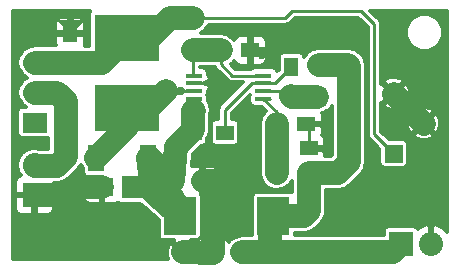
<source format=gtl>
G04 #@! TF.FileFunction,Copper,L1,Top,Signal*
%FSLAX46Y46*%
G04 Gerber Fmt 4.6, Leading zero omitted, Abs format (unit mm)*
G04 Created by KiCad (PCBNEW 4.0.1-stable) date Tisdag 22 Mars 2016 22:05:33*
%MOMM*%
G01*
G04 APERTURE LIST*
%ADD10C,0.100000*%
%ADD11R,1.250000X1.500000*%
%ADD12R,1.500000X1.250000*%
%ADD13R,1.399540X2.199640*%
%ADD14R,1.850000X1.650000*%
%ADD15R,3.000000X1.950000*%
%ADD16R,5.500000X4.000000*%
%ADD17R,1.300000X1.500000*%
%ADD18R,1.500000X1.300000*%
%ADD19R,2.700000X3.200000*%
%ADD20R,2.032000X1.727200*%
%ADD21O,2.032000X1.727200*%
%ADD22R,1.450000X0.450000*%
%ADD23C,1.510000*%
%ADD24R,1.510000X1.510000*%
%ADD25R,1.300000X1.300000*%
%ADD26C,1.300000*%
%ADD27R,2.032000X2.032000*%
%ADD28O,2.032000X2.032000*%
%ADD29C,0.600000*%
%ADD30C,2.000000*%
%ADD31C,0.250000*%
%ADD32C,0.300000*%
G04 APERTURE END LIST*
D10*
D11*
X165400000Y-110850000D03*
X165400000Y-108350000D03*
D12*
X178150000Y-109800000D03*
X180650000Y-109800000D03*
X182875000Y-116025000D03*
X185375000Y-116025000D03*
D11*
X184125000Y-111175000D03*
X184125000Y-113675000D03*
D12*
X179975000Y-126900000D03*
X177475000Y-126900000D03*
X174100000Y-120825000D03*
X176600000Y-120825000D03*
D13*
X167600360Y-118900000D03*
X171999640Y-118900000D03*
D14*
X168100000Y-121350000D03*
D15*
X171230000Y-121350000D03*
D16*
X170210000Y-108710000D03*
X170210000Y-114700000D03*
D17*
X175800000Y-107050000D03*
X175800000Y-109750000D03*
D18*
X175800000Y-116750000D03*
X178500000Y-116750000D03*
D17*
X186450000Y-111000000D03*
X186450000Y-113700000D03*
D19*
X182600000Y-123825000D03*
X174700000Y-123825000D03*
D18*
X185575000Y-120175000D03*
X182875000Y-120175000D03*
X182875000Y-118100000D03*
X185575000Y-118100000D03*
D20*
X162400000Y-115900000D03*
D21*
X162400000Y-113360000D03*
X162400000Y-110820000D03*
D22*
X175850000Y-111925000D03*
X175850000Y-112575000D03*
X175850000Y-113225000D03*
X175850000Y-113875000D03*
X181750000Y-113875000D03*
X181750000Y-113225000D03*
X181750000Y-112575000D03*
X181750000Y-111925000D03*
D23*
X192775000Y-113445000D03*
D24*
X192775000Y-118525000D03*
D23*
X195315000Y-115985000D03*
D25*
X182400000Y-126900000D03*
D26*
X174900000Y-126900000D03*
D27*
X162375000Y-122050000D03*
D28*
X162375000Y-119510000D03*
D27*
X193400000Y-126150000D03*
D28*
X195940000Y-126150000D03*
D29*
X169000000Y-109800000D03*
X170210000Y-108710000D03*
X186950000Y-118225000D03*
X186775000Y-116125000D03*
X181600000Y-110300000D03*
X177300000Y-112100000D03*
X177300000Y-112800000D03*
X166500000Y-107100000D03*
X164300000Y-107100000D03*
X169100000Y-113600000D03*
X170210000Y-114700000D03*
D30*
X170210000Y-108710000D02*
X172140000Y-108710000D01*
X172140000Y-108710000D02*
X173800000Y-107050000D01*
X173800000Y-107050000D02*
X175800000Y-107050000D01*
D31*
X175800000Y-107050000D02*
X183575000Y-107050000D01*
X191150000Y-116900000D02*
X192775000Y-118525000D01*
X191150000Y-107575000D02*
X191150000Y-116900000D01*
X190025000Y-106450000D02*
X191150000Y-107575000D01*
X184175000Y-106450000D02*
X190025000Y-106450000D01*
X183575000Y-107050000D02*
X184175000Y-106450000D01*
X170090000Y-108710000D02*
X169000000Y-109800000D01*
D30*
X165400000Y-110850000D02*
X168070000Y-110850000D01*
X168070000Y-110850000D02*
X170210000Y-108710000D01*
X162400000Y-110820000D02*
X165370000Y-110820000D01*
X165370000Y-110820000D02*
X165400000Y-110850000D01*
X168100000Y-121350000D02*
X165950000Y-121350000D01*
X165250000Y-122050000D02*
X162375000Y-122050000D01*
X165950000Y-121350000D02*
X165250000Y-122050000D01*
X192775000Y-113445000D02*
X195315000Y-115985000D01*
X176600000Y-120825000D02*
X177725000Y-120825000D01*
X177450000Y-121100000D02*
X177450000Y-126925000D01*
X177725000Y-120825000D02*
X177450000Y-121100000D01*
X177450000Y-126925000D02*
X177475000Y-126900000D01*
D31*
X185375000Y-116025000D02*
X186675000Y-116025000D01*
X186825000Y-118100000D02*
X185575000Y-118100000D01*
X186950000Y-118225000D02*
X186825000Y-118100000D01*
X186675000Y-116025000D02*
X186775000Y-116125000D01*
X185575000Y-118100000D02*
X185575000Y-116225000D01*
X185575000Y-116225000D02*
X185375000Y-116025000D01*
D30*
X174900000Y-126900000D02*
X177450000Y-126925000D01*
X177450000Y-126925000D02*
X177475000Y-126900000D01*
D31*
X174925000Y-126875000D02*
X174900000Y-126900000D01*
X177300000Y-112100000D02*
X177300000Y-112800000D01*
X177300000Y-112100000D02*
X176625000Y-112575000D01*
X176800000Y-112600000D02*
X176700000Y-112600000D01*
X177300000Y-112800000D02*
X176800000Y-112600000D01*
X180650000Y-109800000D02*
X181100000Y-109800000D01*
X181600000Y-110300000D02*
X181100000Y-109800000D01*
X175850000Y-112575000D02*
X176625000Y-112575000D01*
X176600000Y-120825000D02*
X177050000Y-120825000D01*
X177150000Y-120825000D02*
X176600000Y-120825000D01*
X164800000Y-107500000D02*
X164800000Y-107600000D01*
X165400000Y-108350000D02*
X165400000Y-108200000D01*
X164300000Y-107100000D02*
X164800000Y-107600000D01*
X164800000Y-107600000D02*
X165400000Y-108200000D01*
X165400000Y-108200000D02*
X166500000Y-107100000D01*
X166300000Y-107300000D02*
X166100000Y-107500000D01*
X164500000Y-107300000D02*
X166300000Y-107300000D01*
X164300000Y-107100000D02*
X164500000Y-107300000D01*
X166100000Y-107500000D02*
X164700000Y-107500000D01*
X164700000Y-107500000D02*
X164800000Y-107500000D01*
D30*
X175800000Y-109750000D02*
X178100000Y-109750000D01*
X178100000Y-109750000D02*
X178150000Y-109800000D01*
D31*
X178100000Y-109750000D02*
X178150000Y-109800000D01*
X175800000Y-109750000D02*
X175800000Y-111875000D01*
X175800000Y-111875000D02*
X175850000Y-111925000D01*
X178150000Y-109800000D02*
X178150000Y-110950000D01*
X179125000Y-111925000D02*
X181750000Y-111925000D01*
X178150000Y-110950000D02*
X179125000Y-111925000D01*
X178100000Y-109750000D02*
X178150000Y-109800000D01*
X175800000Y-111875000D02*
X175850000Y-111925000D01*
X182875000Y-116025000D02*
X182875000Y-115000000D01*
X182875000Y-115000000D02*
X181750000Y-113875000D01*
D30*
X182875000Y-118100000D02*
X182875000Y-116025000D01*
X182875000Y-120175000D02*
X182925000Y-118150000D01*
X182925000Y-118150000D02*
X182875000Y-118100000D01*
D31*
X181750000Y-113875000D02*
X182325000Y-113875000D01*
X181750000Y-112575000D02*
X180750000Y-112575000D01*
X178500000Y-114825000D02*
X178500000Y-116750000D01*
X180750000Y-112575000D02*
X178500000Y-114825000D01*
X181750000Y-112575000D02*
X182725000Y-112575000D01*
X182725000Y-112575000D02*
X184125000Y-111175000D01*
X181750000Y-113225000D02*
X183675000Y-113225000D01*
X183675000Y-113225000D02*
X184125000Y-113675000D01*
D30*
X186300000Y-113725000D02*
X184175000Y-113725000D01*
X184175000Y-113725000D02*
X184125000Y-113675000D01*
X189000000Y-113725000D02*
X189000000Y-111075000D01*
X188075000Y-120175000D02*
X189000000Y-119250000D01*
X189000000Y-119250000D02*
X189000000Y-113725000D01*
X185575000Y-120175000D02*
X188075000Y-120175000D01*
X188925000Y-111000000D02*
X186450000Y-111000000D01*
X189000000Y-111075000D02*
X188925000Y-111000000D01*
X182600000Y-123825000D02*
X185175000Y-123825000D01*
X185625000Y-123375000D02*
X185575000Y-120175000D01*
X185175000Y-123825000D02*
X185625000Y-123375000D01*
X182400000Y-126900000D02*
X192700000Y-126900000D01*
X192700000Y-126900000D02*
X193425000Y-126175000D01*
X182400000Y-126900000D02*
X182250000Y-124100000D01*
X182250000Y-124100000D02*
X182575000Y-123775000D01*
X179975000Y-126900000D02*
X182375000Y-126875000D01*
X182375000Y-126875000D02*
X182400000Y-126900000D01*
X174675000Y-123775000D02*
X172500000Y-121900000D01*
X172500000Y-121900000D02*
X172150000Y-121550000D01*
D31*
X172500000Y-121900000D02*
X172150000Y-121550000D01*
D30*
X171999640Y-118900000D02*
X172299640Y-121400360D01*
X172299640Y-121400360D02*
X172150000Y-121550000D01*
D31*
X174675000Y-123775000D02*
X175125000Y-123775000D01*
D30*
X174100000Y-120825000D02*
X174350000Y-117950000D01*
X174350000Y-117950000D02*
X175800000Y-116500000D01*
X175800000Y-116500000D02*
X175800000Y-114900000D01*
X175800000Y-114900000D02*
X175850000Y-114900000D01*
X174675000Y-123775000D02*
X174675000Y-123425360D01*
X174675000Y-123425360D02*
X172099640Y-118800000D01*
X172099640Y-118800000D02*
X171999640Y-118900000D01*
X174100000Y-120825000D02*
X172099640Y-118800000D01*
X172099640Y-118800000D02*
X171999640Y-118900000D01*
D31*
X172099640Y-118800000D02*
X171999640Y-118900000D01*
X175850000Y-113875000D02*
X175850000Y-114900000D01*
X170200000Y-114700000D02*
X169100000Y-113600000D01*
X175850000Y-113225000D02*
X174975000Y-113225000D01*
X174800000Y-113400000D02*
X173300000Y-113400000D01*
X174975000Y-113225000D02*
X174800000Y-113400000D01*
X174800000Y-113000000D02*
X174500000Y-113000000D01*
X174725000Y-113225000D02*
X174500000Y-113000000D01*
X175850000Y-113225000D02*
X174725000Y-113225000D01*
X175025000Y-113225000D02*
X174800000Y-113000000D01*
X175850000Y-113225000D02*
X175025000Y-113225000D01*
X174600000Y-113300000D02*
X174675000Y-113225000D01*
X174600000Y-113300000D02*
X174500000Y-113400000D01*
X175850000Y-113225000D02*
X174675000Y-113225000D01*
D30*
X170210000Y-114700000D02*
X172000000Y-114700000D01*
X172000000Y-114700000D02*
X173300000Y-113400000D01*
X173300000Y-113400000D02*
X173475000Y-113225000D01*
D31*
X175850000Y-113225000D02*
X173475000Y-113225000D01*
X173475000Y-113225000D02*
X171685000Y-113225000D01*
X171685000Y-113225000D02*
X170210000Y-114700000D01*
D30*
X170210000Y-114700000D02*
X170210000Y-116290360D01*
X170210000Y-116290360D02*
X167600360Y-118900000D01*
X162400000Y-119560000D02*
X164240000Y-119560000D01*
X164260000Y-113360000D02*
X162400000Y-113360000D01*
X165000000Y-114100000D02*
X164260000Y-113360000D01*
X165000000Y-118800000D02*
X165000000Y-114100000D01*
X164240000Y-119560000D02*
X165000000Y-118800000D01*
D32*
G36*
X167037332Y-106531495D02*
X167001184Y-106710000D01*
X167001184Y-109400000D01*
X166612950Y-109400000D01*
X166683000Y-109230884D01*
X166683000Y-108618500D01*
X166518500Y-108454000D01*
X165504000Y-108454000D01*
X165504000Y-108474000D01*
X165296000Y-108474000D01*
X165296000Y-108454000D01*
X164281500Y-108454000D01*
X164117000Y-108618500D01*
X164117000Y-109230884D01*
X164174623Y-109370000D01*
X162400000Y-109370000D01*
X161845109Y-109480375D01*
X161374695Y-109794695D01*
X161326562Y-109866731D01*
X161290024Y-109891145D01*
X161005271Y-110317307D01*
X160905279Y-110820000D01*
X161005271Y-111322693D01*
X161290024Y-111748855D01*
X161326562Y-111773269D01*
X161374695Y-111845305D01*
X161740908Y-112090000D01*
X161374695Y-112334695D01*
X161326562Y-112406731D01*
X161290024Y-112431145D01*
X161005271Y-112857307D01*
X160905279Y-113360000D01*
X161005271Y-113862693D01*
X161290024Y-114288855D01*
X161326562Y-114313269D01*
X161374695Y-114385305D01*
X161662461Y-114577584D01*
X161384000Y-114577584D01*
X161217240Y-114608962D01*
X161064081Y-114707517D01*
X160961332Y-114857895D01*
X160925184Y-115036400D01*
X160925184Y-116763600D01*
X160956562Y-116930360D01*
X161055117Y-117083519D01*
X161205495Y-117186268D01*
X161384000Y-117222416D01*
X163416000Y-117222416D01*
X163550000Y-117197202D01*
X163550000Y-118110000D01*
X162735524Y-118110000D01*
X162403721Y-118044000D01*
X162346279Y-118044000D01*
X161785265Y-118155593D01*
X161309660Y-118473381D01*
X160991872Y-118948986D01*
X160880279Y-119510000D01*
X160991872Y-120071014D01*
X161202693Y-120386531D01*
X160986273Y-120476174D01*
X160801175Y-120661273D01*
X160701000Y-120903115D01*
X160701000Y-121781500D01*
X160865500Y-121946000D01*
X162271000Y-121946000D01*
X162271000Y-121926000D01*
X162479000Y-121926000D01*
X162479000Y-121946000D01*
X163884500Y-121946000D01*
X164049000Y-121781500D01*
X164049000Y-121618500D01*
X166517000Y-121618500D01*
X166517000Y-122305885D01*
X166617175Y-122547727D01*
X166802273Y-122732826D01*
X167044116Y-122833000D01*
X167831500Y-122833000D01*
X167996000Y-122668500D01*
X167996000Y-121454000D01*
X166681500Y-121454000D01*
X166517000Y-121618500D01*
X164049000Y-121618500D01*
X164049000Y-121010000D01*
X164240000Y-121010000D01*
X164794891Y-120899625D01*
X165265305Y-120585305D01*
X166025305Y-119825305D01*
X166266771Y-119463925D01*
X166441774Y-119725836D01*
X166441774Y-119999820D01*
X166473152Y-120166580D01*
X166557167Y-120297144D01*
X166517000Y-120394115D01*
X166517000Y-121081500D01*
X166681500Y-121246000D01*
X167996000Y-121246000D01*
X167996000Y-121226000D01*
X168204000Y-121226000D01*
X168204000Y-121246000D01*
X168224000Y-121246000D01*
X168224000Y-121454000D01*
X168204000Y-121454000D01*
X168204000Y-122668500D01*
X168368500Y-122833000D01*
X169155884Y-122833000D01*
X169397727Y-122732826D01*
X169451327Y-122679226D01*
X169551495Y-122747668D01*
X169730000Y-122783816D01*
X171333206Y-122783816D01*
X171474695Y-122925305D01*
X171519831Y-122955464D01*
X171553238Y-122998244D01*
X172891184Y-124151646D01*
X172891184Y-125425000D01*
X172922562Y-125591760D01*
X173021117Y-125744919D01*
X173171495Y-125847668D01*
X173350000Y-125883816D01*
X174176231Y-125883816D01*
X174150120Y-126003042D01*
X174900000Y-126752922D01*
X175649880Y-126003042D01*
X175623769Y-125883816D01*
X176050000Y-125883816D01*
X176216760Y-125852438D01*
X176217460Y-125851987D01*
X176167175Y-125902273D01*
X176067000Y-126144115D01*
X176067000Y-126275621D01*
X176036770Y-126202639D01*
X175796958Y-126150120D01*
X175047078Y-126900000D01*
X175061221Y-126914143D01*
X174914143Y-127061221D01*
X174900000Y-127047078D01*
X174885858Y-127061221D01*
X174738780Y-126914143D01*
X174752922Y-126900000D01*
X174003042Y-126150120D01*
X173763230Y-126202639D01*
X173582893Y-126690746D01*
X173603074Y-127210710D01*
X173712546Y-127475000D01*
X160525000Y-127475000D01*
X160525000Y-122318500D01*
X160701000Y-122318500D01*
X160701000Y-123196885D01*
X160801175Y-123438727D01*
X160986273Y-123623826D01*
X161228116Y-123724000D01*
X162106500Y-123724000D01*
X162271000Y-123559500D01*
X162271000Y-122154000D01*
X162479000Y-122154000D01*
X162479000Y-123559500D01*
X162643500Y-123724000D01*
X163521884Y-123724000D01*
X163763727Y-123623826D01*
X163948825Y-123438727D01*
X164049000Y-123196885D01*
X164049000Y-122318500D01*
X163884500Y-122154000D01*
X162479000Y-122154000D01*
X162271000Y-122154000D01*
X160865500Y-122154000D01*
X160701000Y-122318500D01*
X160525000Y-122318500D01*
X160525000Y-107469116D01*
X164117000Y-107469116D01*
X164117000Y-108081500D01*
X164281500Y-108246000D01*
X165296000Y-108246000D01*
X165296000Y-107106500D01*
X165504000Y-107106500D01*
X165504000Y-108246000D01*
X166518500Y-108246000D01*
X166683000Y-108081500D01*
X166683000Y-107469116D01*
X166582826Y-107227273D01*
X166397727Y-107042175D01*
X166155885Y-106942000D01*
X165668500Y-106942000D01*
X165504000Y-107106500D01*
X165296000Y-107106500D01*
X165131500Y-106942000D01*
X164644115Y-106942000D01*
X164402273Y-107042175D01*
X164217174Y-107227273D01*
X164117000Y-107469116D01*
X160525000Y-107469116D01*
X160525000Y-106425000D01*
X167110097Y-106425000D01*
X167037332Y-106531495D01*
X167037332Y-106531495D01*
G37*
X167037332Y-106531495D02*
X167001184Y-106710000D01*
X167001184Y-109400000D01*
X166612950Y-109400000D01*
X166683000Y-109230884D01*
X166683000Y-108618500D01*
X166518500Y-108454000D01*
X165504000Y-108454000D01*
X165504000Y-108474000D01*
X165296000Y-108474000D01*
X165296000Y-108454000D01*
X164281500Y-108454000D01*
X164117000Y-108618500D01*
X164117000Y-109230884D01*
X164174623Y-109370000D01*
X162400000Y-109370000D01*
X161845109Y-109480375D01*
X161374695Y-109794695D01*
X161326562Y-109866731D01*
X161290024Y-109891145D01*
X161005271Y-110317307D01*
X160905279Y-110820000D01*
X161005271Y-111322693D01*
X161290024Y-111748855D01*
X161326562Y-111773269D01*
X161374695Y-111845305D01*
X161740908Y-112090000D01*
X161374695Y-112334695D01*
X161326562Y-112406731D01*
X161290024Y-112431145D01*
X161005271Y-112857307D01*
X160905279Y-113360000D01*
X161005271Y-113862693D01*
X161290024Y-114288855D01*
X161326562Y-114313269D01*
X161374695Y-114385305D01*
X161662461Y-114577584D01*
X161384000Y-114577584D01*
X161217240Y-114608962D01*
X161064081Y-114707517D01*
X160961332Y-114857895D01*
X160925184Y-115036400D01*
X160925184Y-116763600D01*
X160956562Y-116930360D01*
X161055117Y-117083519D01*
X161205495Y-117186268D01*
X161384000Y-117222416D01*
X163416000Y-117222416D01*
X163550000Y-117197202D01*
X163550000Y-118110000D01*
X162735524Y-118110000D01*
X162403721Y-118044000D01*
X162346279Y-118044000D01*
X161785265Y-118155593D01*
X161309660Y-118473381D01*
X160991872Y-118948986D01*
X160880279Y-119510000D01*
X160991872Y-120071014D01*
X161202693Y-120386531D01*
X160986273Y-120476174D01*
X160801175Y-120661273D01*
X160701000Y-120903115D01*
X160701000Y-121781500D01*
X160865500Y-121946000D01*
X162271000Y-121946000D01*
X162271000Y-121926000D01*
X162479000Y-121926000D01*
X162479000Y-121946000D01*
X163884500Y-121946000D01*
X164049000Y-121781500D01*
X164049000Y-121618500D01*
X166517000Y-121618500D01*
X166517000Y-122305885D01*
X166617175Y-122547727D01*
X166802273Y-122732826D01*
X167044116Y-122833000D01*
X167831500Y-122833000D01*
X167996000Y-122668500D01*
X167996000Y-121454000D01*
X166681500Y-121454000D01*
X166517000Y-121618500D01*
X164049000Y-121618500D01*
X164049000Y-121010000D01*
X164240000Y-121010000D01*
X164794891Y-120899625D01*
X165265305Y-120585305D01*
X166025305Y-119825305D01*
X166266771Y-119463925D01*
X166441774Y-119725836D01*
X166441774Y-119999820D01*
X166473152Y-120166580D01*
X166557167Y-120297144D01*
X166517000Y-120394115D01*
X166517000Y-121081500D01*
X166681500Y-121246000D01*
X167996000Y-121246000D01*
X167996000Y-121226000D01*
X168204000Y-121226000D01*
X168204000Y-121246000D01*
X168224000Y-121246000D01*
X168224000Y-121454000D01*
X168204000Y-121454000D01*
X168204000Y-122668500D01*
X168368500Y-122833000D01*
X169155884Y-122833000D01*
X169397727Y-122732826D01*
X169451327Y-122679226D01*
X169551495Y-122747668D01*
X169730000Y-122783816D01*
X171333206Y-122783816D01*
X171474695Y-122925305D01*
X171519831Y-122955464D01*
X171553238Y-122998244D01*
X172891184Y-124151646D01*
X172891184Y-125425000D01*
X172922562Y-125591760D01*
X173021117Y-125744919D01*
X173171495Y-125847668D01*
X173350000Y-125883816D01*
X174176231Y-125883816D01*
X174150120Y-126003042D01*
X174900000Y-126752922D01*
X175649880Y-126003042D01*
X175623769Y-125883816D01*
X176050000Y-125883816D01*
X176216760Y-125852438D01*
X176217460Y-125851987D01*
X176167175Y-125902273D01*
X176067000Y-126144115D01*
X176067000Y-126275621D01*
X176036770Y-126202639D01*
X175796958Y-126150120D01*
X175047078Y-126900000D01*
X175061221Y-126914143D01*
X174914143Y-127061221D01*
X174900000Y-127047078D01*
X174885858Y-127061221D01*
X174738780Y-126914143D01*
X174752922Y-126900000D01*
X174003042Y-126150120D01*
X173763230Y-126202639D01*
X173582893Y-126690746D01*
X173603074Y-127210710D01*
X173712546Y-127475000D01*
X160525000Y-127475000D01*
X160525000Y-122318500D01*
X160701000Y-122318500D01*
X160701000Y-123196885D01*
X160801175Y-123438727D01*
X160986273Y-123623826D01*
X161228116Y-123724000D01*
X162106500Y-123724000D01*
X162271000Y-123559500D01*
X162271000Y-122154000D01*
X162479000Y-122154000D01*
X162479000Y-123559500D01*
X162643500Y-123724000D01*
X163521884Y-123724000D01*
X163763727Y-123623826D01*
X163948825Y-123438727D01*
X164049000Y-123196885D01*
X164049000Y-122318500D01*
X163884500Y-122154000D01*
X162479000Y-122154000D01*
X162271000Y-122154000D01*
X160865500Y-122154000D01*
X160701000Y-122318500D01*
X160525000Y-122318500D01*
X160525000Y-107469116D01*
X164117000Y-107469116D01*
X164117000Y-108081500D01*
X164281500Y-108246000D01*
X165296000Y-108246000D01*
X165296000Y-107106500D01*
X165504000Y-107106500D01*
X165504000Y-108246000D01*
X166518500Y-108246000D01*
X166683000Y-108081500D01*
X166683000Y-107469116D01*
X166582826Y-107227273D01*
X166397727Y-107042175D01*
X166155885Y-106942000D01*
X165668500Y-106942000D01*
X165504000Y-107106500D01*
X165296000Y-107106500D01*
X165131500Y-106942000D01*
X164644115Y-106942000D01*
X164402273Y-107042175D01*
X164217174Y-107227273D01*
X164117000Y-107469116D01*
X160525000Y-107469116D01*
X160525000Y-106425000D01*
X167110097Y-106425000D01*
X167037332Y-106531495D01*
G36*
X177743414Y-111356586D02*
X178718413Y-112331586D01*
X178858217Y-112425000D01*
X178904957Y-112456231D01*
X179125000Y-112500000D01*
X180011827Y-112500000D01*
X178093414Y-114418414D01*
X177968769Y-114604957D01*
X177925000Y-114825000D01*
X177925000Y-115641184D01*
X177750000Y-115641184D01*
X177583240Y-115672562D01*
X177430081Y-115771117D01*
X177327332Y-115921495D01*
X177291184Y-116100000D01*
X177291184Y-117400000D01*
X177322562Y-117566760D01*
X177421117Y-117719919D01*
X177571495Y-117822668D01*
X177750000Y-117858816D01*
X179250000Y-117858816D01*
X179416760Y-117827438D01*
X179569919Y-117728883D01*
X179672668Y-117578505D01*
X179708816Y-117400000D01*
X179708816Y-116100000D01*
X179677438Y-115933240D01*
X179578883Y-115780081D01*
X179428505Y-115677332D01*
X179250000Y-115641184D01*
X179075000Y-115641184D01*
X179075000Y-115063172D01*
X180585503Y-113552670D01*
X180585691Y-113553671D01*
X180566184Y-113650000D01*
X180566184Y-114100000D01*
X180597562Y-114266760D01*
X180696117Y-114419919D01*
X180846495Y-114522668D01*
X181025000Y-114558816D01*
X181620644Y-114558816D01*
X181976676Y-114914849D01*
X181849695Y-114999695D01*
X181535375Y-115470109D01*
X181425000Y-116025000D01*
X181425000Y-118100000D01*
X181470184Y-118327155D01*
X181425442Y-120139208D01*
X181522086Y-120696655D01*
X181692766Y-120966274D01*
X181697562Y-120991760D01*
X181796117Y-121144919D01*
X181813280Y-121156646D01*
X181824699Y-121174684D01*
X182287211Y-121500520D01*
X182839208Y-121624558D01*
X183396655Y-121527914D01*
X183874684Y-121225301D01*
X183908477Y-121177332D01*
X183944919Y-121153883D01*
X184047668Y-121003505D01*
X184054417Y-120970177D01*
X184135450Y-120855153D01*
X184150485Y-121817350D01*
X184128505Y-121802332D01*
X183950000Y-121766184D01*
X181250000Y-121766184D01*
X181083240Y-121797562D01*
X180930081Y-121896117D01*
X180827332Y-122046495D01*
X180791184Y-122225000D01*
X180791184Y-125425000D01*
X180794268Y-125441388D01*
X179959897Y-125450079D01*
X179406185Y-125566227D01*
X178939071Y-125885430D01*
X178839187Y-126038342D01*
X178782825Y-125902273D01*
X178597727Y-125717174D01*
X178355884Y-125617000D01*
X177743500Y-125617000D01*
X177579000Y-125781500D01*
X177579000Y-126796000D01*
X177599000Y-126796000D01*
X177599000Y-127004000D01*
X177579000Y-127004000D01*
X177579000Y-127024000D01*
X177371000Y-127024000D01*
X177371000Y-127004000D01*
X177351000Y-127004000D01*
X177351000Y-126796000D01*
X177371000Y-126796000D01*
X177371000Y-125781500D01*
X177206500Y-125617000D01*
X176594116Y-125617000D01*
X176411868Y-125692489D01*
X176472668Y-125603505D01*
X176508816Y-125425000D01*
X176508816Y-122225000D01*
X176477438Y-122058240D01*
X176439781Y-121999719D01*
X176496000Y-121943500D01*
X176496000Y-120929000D01*
X176704000Y-120929000D01*
X176704000Y-121943500D01*
X176868500Y-122108000D01*
X177480884Y-122108000D01*
X177722727Y-122007826D01*
X177907825Y-121822727D01*
X178008000Y-121580885D01*
X178008000Y-121093500D01*
X177843500Y-120929000D01*
X176704000Y-120929000D01*
X176496000Y-120929000D01*
X176476000Y-120929000D01*
X176476000Y-120721000D01*
X176496000Y-120721000D01*
X176496000Y-119706500D01*
X176704000Y-119706500D01*
X176704000Y-120721000D01*
X177843500Y-120721000D01*
X178008000Y-120556500D01*
X178008000Y-120069115D01*
X177907825Y-119827273D01*
X177722727Y-119642174D01*
X177480884Y-119542000D01*
X176868500Y-119542000D01*
X176704000Y-119706500D01*
X176496000Y-119706500D01*
X176331500Y-119542000D01*
X175719116Y-119542000D01*
X175665091Y-119564378D01*
X175748792Y-118601818D01*
X176491794Y-117858816D01*
X176550000Y-117858816D01*
X176716760Y-117827438D01*
X176869919Y-117728883D01*
X176972668Y-117578505D01*
X177008816Y-117400000D01*
X177008816Y-117250661D01*
X177139625Y-117054891D01*
X177250000Y-116500000D01*
X177250000Y-115151366D01*
X177300000Y-114900000D01*
X177189625Y-114345109D01*
X177031963Y-114109151D01*
X177033816Y-114100000D01*
X177033816Y-113650000D01*
X177014309Y-113546329D01*
X177033816Y-113450000D01*
X177033816Y-113271737D01*
X177132825Y-113172727D01*
X177233000Y-112930885D01*
X177233000Y-112843500D01*
X177068500Y-112679000D01*
X176902301Y-112679000D01*
X176753505Y-112577332D01*
X176744697Y-112575548D01*
X176894919Y-112478883D01*
X176900305Y-112471000D01*
X177068500Y-112471000D01*
X177233000Y-112306500D01*
X177233000Y-112219115D01*
X177132825Y-111977273D01*
X177033816Y-111878263D01*
X177033816Y-111700000D01*
X177002438Y-111533240D01*
X176903883Y-111380081D01*
X176753505Y-111277332D01*
X176575000Y-111241184D01*
X176375000Y-111241184D01*
X176375000Y-111200000D01*
X177638786Y-111200000D01*
X177743414Y-111356586D01*
X177743414Y-111356586D01*
G37*
X177743414Y-111356586D02*
X178718413Y-112331586D01*
X178858217Y-112425000D01*
X178904957Y-112456231D01*
X179125000Y-112500000D01*
X180011827Y-112500000D01*
X178093414Y-114418414D01*
X177968769Y-114604957D01*
X177925000Y-114825000D01*
X177925000Y-115641184D01*
X177750000Y-115641184D01*
X177583240Y-115672562D01*
X177430081Y-115771117D01*
X177327332Y-115921495D01*
X177291184Y-116100000D01*
X177291184Y-117400000D01*
X177322562Y-117566760D01*
X177421117Y-117719919D01*
X177571495Y-117822668D01*
X177750000Y-117858816D01*
X179250000Y-117858816D01*
X179416760Y-117827438D01*
X179569919Y-117728883D01*
X179672668Y-117578505D01*
X179708816Y-117400000D01*
X179708816Y-116100000D01*
X179677438Y-115933240D01*
X179578883Y-115780081D01*
X179428505Y-115677332D01*
X179250000Y-115641184D01*
X179075000Y-115641184D01*
X179075000Y-115063172D01*
X180585503Y-113552670D01*
X180585691Y-113553671D01*
X180566184Y-113650000D01*
X180566184Y-114100000D01*
X180597562Y-114266760D01*
X180696117Y-114419919D01*
X180846495Y-114522668D01*
X181025000Y-114558816D01*
X181620644Y-114558816D01*
X181976676Y-114914849D01*
X181849695Y-114999695D01*
X181535375Y-115470109D01*
X181425000Y-116025000D01*
X181425000Y-118100000D01*
X181470184Y-118327155D01*
X181425442Y-120139208D01*
X181522086Y-120696655D01*
X181692766Y-120966274D01*
X181697562Y-120991760D01*
X181796117Y-121144919D01*
X181813280Y-121156646D01*
X181824699Y-121174684D01*
X182287211Y-121500520D01*
X182839208Y-121624558D01*
X183396655Y-121527914D01*
X183874684Y-121225301D01*
X183908477Y-121177332D01*
X183944919Y-121153883D01*
X184047668Y-121003505D01*
X184054417Y-120970177D01*
X184135450Y-120855153D01*
X184150485Y-121817350D01*
X184128505Y-121802332D01*
X183950000Y-121766184D01*
X181250000Y-121766184D01*
X181083240Y-121797562D01*
X180930081Y-121896117D01*
X180827332Y-122046495D01*
X180791184Y-122225000D01*
X180791184Y-125425000D01*
X180794268Y-125441388D01*
X179959897Y-125450079D01*
X179406185Y-125566227D01*
X178939071Y-125885430D01*
X178839187Y-126038342D01*
X178782825Y-125902273D01*
X178597727Y-125717174D01*
X178355884Y-125617000D01*
X177743500Y-125617000D01*
X177579000Y-125781500D01*
X177579000Y-126796000D01*
X177599000Y-126796000D01*
X177599000Y-127004000D01*
X177579000Y-127004000D01*
X177579000Y-127024000D01*
X177371000Y-127024000D01*
X177371000Y-127004000D01*
X177351000Y-127004000D01*
X177351000Y-126796000D01*
X177371000Y-126796000D01*
X177371000Y-125781500D01*
X177206500Y-125617000D01*
X176594116Y-125617000D01*
X176411868Y-125692489D01*
X176472668Y-125603505D01*
X176508816Y-125425000D01*
X176508816Y-122225000D01*
X176477438Y-122058240D01*
X176439781Y-121999719D01*
X176496000Y-121943500D01*
X176496000Y-120929000D01*
X176704000Y-120929000D01*
X176704000Y-121943500D01*
X176868500Y-122108000D01*
X177480884Y-122108000D01*
X177722727Y-122007826D01*
X177907825Y-121822727D01*
X178008000Y-121580885D01*
X178008000Y-121093500D01*
X177843500Y-120929000D01*
X176704000Y-120929000D01*
X176496000Y-120929000D01*
X176476000Y-120929000D01*
X176476000Y-120721000D01*
X176496000Y-120721000D01*
X176496000Y-119706500D01*
X176704000Y-119706500D01*
X176704000Y-120721000D01*
X177843500Y-120721000D01*
X178008000Y-120556500D01*
X178008000Y-120069115D01*
X177907825Y-119827273D01*
X177722727Y-119642174D01*
X177480884Y-119542000D01*
X176868500Y-119542000D01*
X176704000Y-119706500D01*
X176496000Y-119706500D01*
X176331500Y-119542000D01*
X175719116Y-119542000D01*
X175665091Y-119564378D01*
X175748792Y-118601818D01*
X176491794Y-117858816D01*
X176550000Y-117858816D01*
X176716760Y-117827438D01*
X176869919Y-117728883D01*
X176972668Y-117578505D01*
X177008816Y-117400000D01*
X177008816Y-117250661D01*
X177139625Y-117054891D01*
X177250000Y-116500000D01*
X177250000Y-115151366D01*
X177300000Y-114900000D01*
X177189625Y-114345109D01*
X177031963Y-114109151D01*
X177033816Y-114100000D01*
X177033816Y-113650000D01*
X177014309Y-113546329D01*
X177033816Y-113450000D01*
X177033816Y-113271737D01*
X177132825Y-113172727D01*
X177233000Y-112930885D01*
X177233000Y-112843500D01*
X177068500Y-112679000D01*
X176902301Y-112679000D01*
X176753505Y-112577332D01*
X176744697Y-112575548D01*
X176894919Y-112478883D01*
X176900305Y-112471000D01*
X177068500Y-112471000D01*
X177233000Y-112306500D01*
X177233000Y-112219115D01*
X177132825Y-111977273D01*
X177033816Y-111878263D01*
X177033816Y-111700000D01*
X177002438Y-111533240D01*
X176903883Y-111380081D01*
X176753505Y-111277332D01*
X176575000Y-111241184D01*
X176375000Y-111241184D01*
X176375000Y-111200000D01*
X177638786Y-111200000D01*
X177743414Y-111356586D01*
G36*
X197275000Y-125154698D02*
X196837918Y-124737187D01*
X196304085Y-124516073D01*
X196044000Y-124644087D01*
X196044000Y-126046000D01*
X196064000Y-126046000D01*
X196064000Y-126254000D01*
X196044000Y-126254000D01*
X196044000Y-126274000D01*
X195836000Y-126274000D01*
X195836000Y-126254000D01*
X195816000Y-126254000D01*
X195816000Y-126046000D01*
X195836000Y-126046000D01*
X195836000Y-124644087D01*
X195575915Y-124516073D01*
X195042082Y-124737187D01*
X194827376Y-124942279D01*
X194744883Y-124814081D01*
X194594505Y-124711332D01*
X194416000Y-124675184D01*
X192384000Y-124675184D01*
X192217240Y-124706562D01*
X192064081Y-124805117D01*
X191961332Y-124955495D01*
X191925184Y-125134000D01*
X191925184Y-125450000D01*
X184403753Y-125450000D01*
X184408816Y-125425000D01*
X184408816Y-125275000D01*
X185175000Y-125275000D01*
X185729891Y-125164625D01*
X186200305Y-124850305D01*
X186650305Y-124400305D01*
X186656711Y-124390718D01*
X186666198Y-124384162D01*
X186813652Y-124155838D01*
X186964625Y-123929891D01*
X186966874Y-123918583D01*
X186973131Y-123908895D01*
X187021984Y-123641531D01*
X187075000Y-123375000D01*
X187072750Y-123363690D01*
X187074823Y-123352347D01*
X187047833Y-121625000D01*
X188075000Y-121625000D01*
X188629891Y-121514625D01*
X189100305Y-121200305D01*
X190025305Y-120275305D01*
X190090105Y-120178325D01*
X190339625Y-119804891D01*
X190378614Y-119608883D01*
X190450001Y-119250000D01*
X190450000Y-119249995D01*
X190450000Y-111075000D01*
X190339625Y-110520109D01*
X190025305Y-110049695D01*
X189950305Y-109974695D01*
X189479891Y-109660375D01*
X188925000Y-109550000D01*
X186450000Y-109550000D01*
X185895109Y-109660375D01*
X185659881Y-109817549D01*
X185633240Y-109822562D01*
X185480081Y-109921117D01*
X185459248Y-109951608D01*
X185424695Y-109974695D01*
X185190138Y-110325735D01*
X185177438Y-110258240D01*
X185078883Y-110105081D01*
X184928505Y-110002332D01*
X184750000Y-109966184D01*
X183500000Y-109966184D01*
X183333240Y-109997562D01*
X183180081Y-110096117D01*
X183077332Y-110246495D01*
X183041184Y-110425000D01*
X183041184Y-111445644D01*
X182910538Y-111576290D01*
X182902438Y-111533240D01*
X182803883Y-111380081D01*
X182653505Y-111277332D01*
X182475000Y-111241184D01*
X181025000Y-111241184D01*
X180858240Y-111272562D01*
X180737898Y-111350000D01*
X179363173Y-111350000D01*
X178973391Y-110960219D01*
X179175305Y-110825305D01*
X179285368Y-110660584D01*
X179342175Y-110797727D01*
X179527273Y-110982826D01*
X179769116Y-111083000D01*
X180381500Y-111083000D01*
X180546000Y-110918500D01*
X180546000Y-109904000D01*
X180754000Y-109904000D01*
X180754000Y-110918500D01*
X180918500Y-111083000D01*
X181530884Y-111083000D01*
X181772727Y-110982826D01*
X181957825Y-110797727D01*
X182058000Y-110555885D01*
X182058000Y-110068500D01*
X181893500Y-109904000D01*
X180754000Y-109904000D01*
X180546000Y-109904000D01*
X180526000Y-109904000D01*
X180526000Y-109696000D01*
X180546000Y-109696000D01*
X180546000Y-108681500D01*
X180754000Y-108681500D01*
X180754000Y-109696000D01*
X181893500Y-109696000D01*
X182058000Y-109531500D01*
X182058000Y-109044115D01*
X181957825Y-108802273D01*
X181772727Y-108617174D01*
X181530884Y-108517000D01*
X180918500Y-108517000D01*
X180754000Y-108681500D01*
X180546000Y-108681500D01*
X180381500Y-108517000D01*
X179769116Y-108517000D01*
X179527273Y-108617174D01*
X179342175Y-108802273D01*
X179285368Y-108939416D01*
X179175305Y-108774695D01*
X179125305Y-108724695D01*
X178654891Y-108410375D01*
X178100000Y-108300000D01*
X176489025Y-108300000D01*
X176590119Y-108232451D01*
X176616760Y-108227438D01*
X176769919Y-108128883D01*
X176790752Y-108098392D01*
X176825305Y-108075305D01*
X177126189Y-107625000D01*
X183575000Y-107625000D01*
X183795043Y-107581231D01*
X183981586Y-107456586D01*
X184413172Y-107025000D01*
X189786828Y-107025000D01*
X190575000Y-107813173D01*
X190575000Y-116900000D01*
X190611504Y-117083519D01*
X190618769Y-117120043D01*
X190743414Y-117306586D01*
X191561184Y-118124356D01*
X191561184Y-119280000D01*
X191592562Y-119446760D01*
X191691117Y-119599919D01*
X191841495Y-119702668D01*
X192020000Y-119738816D01*
X193530000Y-119738816D01*
X193696760Y-119707438D01*
X193849919Y-119608883D01*
X193952668Y-119458505D01*
X193988816Y-119280000D01*
X193988816Y-117770000D01*
X193957438Y-117603240D01*
X193858883Y-117450081D01*
X193708505Y-117347332D01*
X193530000Y-117311184D01*
X192374356Y-117311184D01*
X192021106Y-116957934D01*
X194489144Y-116957934D01*
X194554536Y-117208625D01*
X195080684Y-117406499D01*
X195642504Y-117387963D01*
X196075464Y-117208625D01*
X196140856Y-116957934D01*
X195315000Y-116132078D01*
X194489144Y-116957934D01*
X192021106Y-116957934D01*
X191725000Y-116661828D01*
X191725000Y-115750684D01*
X193893501Y-115750684D01*
X193912037Y-116312504D01*
X194091375Y-116745464D01*
X194342066Y-116810856D01*
X195167922Y-115985000D01*
X195462078Y-115985000D01*
X196287934Y-116810856D01*
X196538625Y-116745464D01*
X196736499Y-116219316D01*
X196717963Y-115657496D01*
X196538625Y-115224536D01*
X196287934Y-115159144D01*
X195462078Y-115985000D01*
X195167922Y-115985000D01*
X194342066Y-115159144D01*
X194091375Y-115224536D01*
X193893501Y-115750684D01*
X191725000Y-115750684D01*
X191725000Y-115012066D01*
X194489144Y-115012066D01*
X195315000Y-115837922D01*
X196140856Y-115012066D01*
X196075464Y-114761375D01*
X195549316Y-114563501D01*
X194987496Y-114582037D01*
X194554536Y-114761375D01*
X194489144Y-115012066D01*
X191725000Y-115012066D01*
X191725000Y-114417934D01*
X191949144Y-114417934D01*
X192014536Y-114668625D01*
X192540684Y-114866499D01*
X193102504Y-114847963D01*
X193535464Y-114668625D01*
X193600856Y-114417934D01*
X192775000Y-113592078D01*
X191949144Y-114417934D01*
X191725000Y-114417934D01*
X191725000Y-114250754D01*
X191802066Y-114270856D01*
X192627922Y-113445000D01*
X192922078Y-113445000D01*
X193747934Y-114270856D01*
X193998625Y-114205464D01*
X194196499Y-113679316D01*
X194177963Y-113117496D01*
X193998625Y-112684536D01*
X193747934Y-112619144D01*
X192922078Y-113445000D01*
X192627922Y-113445000D01*
X191802066Y-112619144D01*
X191725000Y-112639246D01*
X191725000Y-112472066D01*
X191949144Y-112472066D01*
X192775000Y-113297922D01*
X193600856Y-112472066D01*
X193535464Y-112221375D01*
X193009316Y-112023501D01*
X192447496Y-112042037D01*
X192014536Y-112221375D01*
X191949144Y-112472066D01*
X191725000Y-112472066D01*
X191725000Y-108606961D01*
X193849732Y-108606961D01*
X194085208Y-109176857D01*
X194520849Y-109613260D01*
X195090333Y-109849730D01*
X195706961Y-109850268D01*
X196276857Y-109614792D01*
X196713260Y-109179151D01*
X196949730Y-108609667D01*
X196950268Y-107993039D01*
X196714792Y-107423143D01*
X196279151Y-106986740D01*
X195709667Y-106750270D01*
X195093039Y-106749732D01*
X194523143Y-106985208D01*
X194086740Y-107420849D01*
X193850270Y-107990333D01*
X193849732Y-108606961D01*
X191725000Y-108606961D01*
X191725000Y-107575000D01*
X191681231Y-107354957D01*
X191624493Y-107270043D01*
X191556586Y-107168413D01*
X190813172Y-106425000D01*
X197275000Y-106425000D01*
X197275000Y-125154698D01*
X197275000Y-125154698D01*
G37*
X197275000Y-125154698D02*
X196837918Y-124737187D01*
X196304085Y-124516073D01*
X196044000Y-124644087D01*
X196044000Y-126046000D01*
X196064000Y-126046000D01*
X196064000Y-126254000D01*
X196044000Y-126254000D01*
X196044000Y-126274000D01*
X195836000Y-126274000D01*
X195836000Y-126254000D01*
X195816000Y-126254000D01*
X195816000Y-126046000D01*
X195836000Y-126046000D01*
X195836000Y-124644087D01*
X195575915Y-124516073D01*
X195042082Y-124737187D01*
X194827376Y-124942279D01*
X194744883Y-124814081D01*
X194594505Y-124711332D01*
X194416000Y-124675184D01*
X192384000Y-124675184D01*
X192217240Y-124706562D01*
X192064081Y-124805117D01*
X191961332Y-124955495D01*
X191925184Y-125134000D01*
X191925184Y-125450000D01*
X184403753Y-125450000D01*
X184408816Y-125425000D01*
X184408816Y-125275000D01*
X185175000Y-125275000D01*
X185729891Y-125164625D01*
X186200305Y-124850305D01*
X186650305Y-124400305D01*
X186656711Y-124390718D01*
X186666198Y-124384162D01*
X186813652Y-124155838D01*
X186964625Y-123929891D01*
X186966874Y-123918583D01*
X186973131Y-123908895D01*
X187021984Y-123641531D01*
X187075000Y-123375000D01*
X187072750Y-123363690D01*
X187074823Y-123352347D01*
X187047833Y-121625000D01*
X188075000Y-121625000D01*
X188629891Y-121514625D01*
X189100305Y-121200305D01*
X190025305Y-120275305D01*
X190090105Y-120178325D01*
X190339625Y-119804891D01*
X190378614Y-119608883D01*
X190450001Y-119250000D01*
X190450000Y-119249995D01*
X190450000Y-111075000D01*
X190339625Y-110520109D01*
X190025305Y-110049695D01*
X189950305Y-109974695D01*
X189479891Y-109660375D01*
X188925000Y-109550000D01*
X186450000Y-109550000D01*
X185895109Y-109660375D01*
X185659881Y-109817549D01*
X185633240Y-109822562D01*
X185480081Y-109921117D01*
X185459248Y-109951608D01*
X185424695Y-109974695D01*
X185190138Y-110325735D01*
X185177438Y-110258240D01*
X185078883Y-110105081D01*
X184928505Y-110002332D01*
X184750000Y-109966184D01*
X183500000Y-109966184D01*
X183333240Y-109997562D01*
X183180081Y-110096117D01*
X183077332Y-110246495D01*
X183041184Y-110425000D01*
X183041184Y-111445644D01*
X182910538Y-111576290D01*
X182902438Y-111533240D01*
X182803883Y-111380081D01*
X182653505Y-111277332D01*
X182475000Y-111241184D01*
X181025000Y-111241184D01*
X180858240Y-111272562D01*
X180737898Y-111350000D01*
X179363173Y-111350000D01*
X178973391Y-110960219D01*
X179175305Y-110825305D01*
X179285368Y-110660584D01*
X179342175Y-110797727D01*
X179527273Y-110982826D01*
X179769116Y-111083000D01*
X180381500Y-111083000D01*
X180546000Y-110918500D01*
X180546000Y-109904000D01*
X180754000Y-109904000D01*
X180754000Y-110918500D01*
X180918500Y-111083000D01*
X181530884Y-111083000D01*
X181772727Y-110982826D01*
X181957825Y-110797727D01*
X182058000Y-110555885D01*
X182058000Y-110068500D01*
X181893500Y-109904000D01*
X180754000Y-109904000D01*
X180546000Y-109904000D01*
X180526000Y-109904000D01*
X180526000Y-109696000D01*
X180546000Y-109696000D01*
X180546000Y-108681500D01*
X180754000Y-108681500D01*
X180754000Y-109696000D01*
X181893500Y-109696000D01*
X182058000Y-109531500D01*
X182058000Y-109044115D01*
X181957825Y-108802273D01*
X181772727Y-108617174D01*
X181530884Y-108517000D01*
X180918500Y-108517000D01*
X180754000Y-108681500D01*
X180546000Y-108681500D01*
X180381500Y-108517000D01*
X179769116Y-108517000D01*
X179527273Y-108617174D01*
X179342175Y-108802273D01*
X179285368Y-108939416D01*
X179175305Y-108774695D01*
X179125305Y-108724695D01*
X178654891Y-108410375D01*
X178100000Y-108300000D01*
X176489025Y-108300000D01*
X176590119Y-108232451D01*
X176616760Y-108227438D01*
X176769919Y-108128883D01*
X176790752Y-108098392D01*
X176825305Y-108075305D01*
X177126189Y-107625000D01*
X183575000Y-107625000D01*
X183795043Y-107581231D01*
X183981586Y-107456586D01*
X184413172Y-107025000D01*
X189786828Y-107025000D01*
X190575000Y-107813173D01*
X190575000Y-116900000D01*
X190611504Y-117083519D01*
X190618769Y-117120043D01*
X190743414Y-117306586D01*
X191561184Y-118124356D01*
X191561184Y-119280000D01*
X191592562Y-119446760D01*
X191691117Y-119599919D01*
X191841495Y-119702668D01*
X192020000Y-119738816D01*
X193530000Y-119738816D01*
X193696760Y-119707438D01*
X193849919Y-119608883D01*
X193952668Y-119458505D01*
X193988816Y-119280000D01*
X193988816Y-117770000D01*
X193957438Y-117603240D01*
X193858883Y-117450081D01*
X193708505Y-117347332D01*
X193530000Y-117311184D01*
X192374356Y-117311184D01*
X192021106Y-116957934D01*
X194489144Y-116957934D01*
X194554536Y-117208625D01*
X195080684Y-117406499D01*
X195642504Y-117387963D01*
X196075464Y-117208625D01*
X196140856Y-116957934D01*
X195315000Y-116132078D01*
X194489144Y-116957934D01*
X192021106Y-116957934D01*
X191725000Y-116661828D01*
X191725000Y-115750684D01*
X193893501Y-115750684D01*
X193912037Y-116312504D01*
X194091375Y-116745464D01*
X194342066Y-116810856D01*
X195167922Y-115985000D01*
X195462078Y-115985000D01*
X196287934Y-116810856D01*
X196538625Y-116745464D01*
X196736499Y-116219316D01*
X196717963Y-115657496D01*
X196538625Y-115224536D01*
X196287934Y-115159144D01*
X195462078Y-115985000D01*
X195167922Y-115985000D01*
X194342066Y-115159144D01*
X194091375Y-115224536D01*
X193893501Y-115750684D01*
X191725000Y-115750684D01*
X191725000Y-115012066D01*
X194489144Y-115012066D01*
X195315000Y-115837922D01*
X196140856Y-115012066D01*
X196075464Y-114761375D01*
X195549316Y-114563501D01*
X194987496Y-114582037D01*
X194554536Y-114761375D01*
X194489144Y-115012066D01*
X191725000Y-115012066D01*
X191725000Y-114417934D01*
X191949144Y-114417934D01*
X192014536Y-114668625D01*
X192540684Y-114866499D01*
X193102504Y-114847963D01*
X193535464Y-114668625D01*
X193600856Y-114417934D01*
X192775000Y-113592078D01*
X191949144Y-114417934D01*
X191725000Y-114417934D01*
X191725000Y-114250754D01*
X191802066Y-114270856D01*
X192627922Y-113445000D01*
X192922078Y-113445000D01*
X193747934Y-114270856D01*
X193998625Y-114205464D01*
X194196499Y-113679316D01*
X194177963Y-113117496D01*
X193998625Y-112684536D01*
X193747934Y-112619144D01*
X192922078Y-113445000D01*
X192627922Y-113445000D01*
X191802066Y-112619144D01*
X191725000Y-112639246D01*
X191725000Y-112472066D01*
X191949144Y-112472066D01*
X192775000Y-113297922D01*
X193600856Y-112472066D01*
X193535464Y-112221375D01*
X193009316Y-112023501D01*
X192447496Y-112042037D01*
X192014536Y-112221375D01*
X191949144Y-112472066D01*
X191725000Y-112472066D01*
X191725000Y-108606961D01*
X193849732Y-108606961D01*
X194085208Y-109176857D01*
X194520849Y-109613260D01*
X195090333Y-109849730D01*
X195706961Y-109850268D01*
X196276857Y-109614792D01*
X196713260Y-109179151D01*
X196949730Y-108609667D01*
X196950268Y-107993039D01*
X196714792Y-107423143D01*
X196279151Y-106986740D01*
X195709667Y-106750270D01*
X195093039Y-106749732D01*
X194523143Y-106985208D01*
X194086740Y-107420849D01*
X193850270Y-107990333D01*
X193849732Y-108606961D01*
X191725000Y-108606961D01*
X191725000Y-107575000D01*
X191681231Y-107354957D01*
X191624493Y-107270043D01*
X191556586Y-107168413D01*
X190813172Y-106425000D01*
X197275000Y-106425000D01*
X197275000Y-125154698D01*
G36*
X187550000Y-118649390D02*
X187474390Y-118725000D01*
X186983000Y-118725000D01*
X186983000Y-118368500D01*
X186818500Y-118204000D01*
X185679000Y-118204000D01*
X185679000Y-118224000D01*
X185471000Y-118224000D01*
X185471000Y-118204000D01*
X185451000Y-118204000D01*
X185451000Y-117996000D01*
X185471000Y-117996000D01*
X185471000Y-117976000D01*
X185679000Y-117976000D01*
X185679000Y-117996000D01*
X186818500Y-117996000D01*
X186983000Y-117831500D01*
X186983000Y-117319115D01*
X186882825Y-117077273D01*
X186725428Y-116919875D01*
X186783000Y-116780885D01*
X186783000Y-116293500D01*
X186618500Y-116129000D01*
X185479000Y-116129000D01*
X185479000Y-116149000D01*
X185271000Y-116149000D01*
X185271000Y-116129000D01*
X185251000Y-116129000D01*
X185251000Y-115921000D01*
X185271000Y-115921000D01*
X185271000Y-115901000D01*
X185479000Y-115901000D01*
X185479000Y-115921000D01*
X186618500Y-115921000D01*
X186783000Y-115756500D01*
X186783000Y-115269115D01*
X186710217Y-115093403D01*
X186854891Y-115064625D01*
X187088076Y-114908816D01*
X187100000Y-114908816D01*
X187266760Y-114877438D01*
X187419919Y-114778883D01*
X187522668Y-114628505D01*
X187550000Y-114493535D01*
X187550000Y-118649390D01*
X187550000Y-118649390D01*
G37*
X187550000Y-118649390D02*
X187474390Y-118725000D01*
X186983000Y-118725000D01*
X186983000Y-118368500D01*
X186818500Y-118204000D01*
X185679000Y-118204000D01*
X185679000Y-118224000D01*
X185471000Y-118224000D01*
X185471000Y-118204000D01*
X185451000Y-118204000D01*
X185451000Y-117996000D01*
X185471000Y-117996000D01*
X185471000Y-117976000D01*
X185679000Y-117976000D01*
X185679000Y-117996000D01*
X186818500Y-117996000D01*
X186983000Y-117831500D01*
X186983000Y-117319115D01*
X186882825Y-117077273D01*
X186725428Y-116919875D01*
X186783000Y-116780885D01*
X186783000Y-116293500D01*
X186618500Y-116129000D01*
X185479000Y-116129000D01*
X185479000Y-116149000D01*
X185271000Y-116149000D01*
X185271000Y-116129000D01*
X185251000Y-116129000D01*
X185251000Y-115921000D01*
X185271000Y-115921000D01*
X185271000Y-115901000D01*
X185479000Y-115901000D01*
X185479000Y-115921000D01*
X186618500Y-115921000D01*
X186783000Y-115756500D01*
X186783000Y-115269115D01*
X186710217Y-115093403D01*
X186854891Y-115064625D01*
X187088076Y-114908816D01*
X187100000Y-114908816D01*
X187266760Y-114877438D01*
X187419919Y-114778883D01*
X187522668Y-114628505D01*
X187550000Y-114493535D01*
X187550000Y-118649390D01*
M02*

</source>
